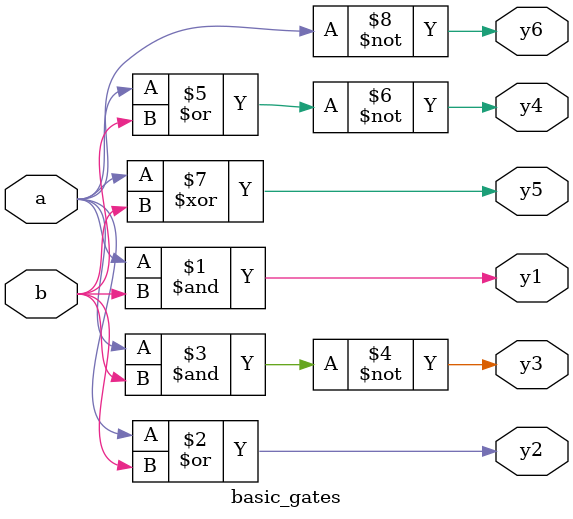
<source format=v>
module basic_gates(a,b,y1,y2,y3,y4,y5,y6);
input a,b;
output y1,y2,y3,y4,y5,y6;
and g1(y1,a,b);
or g2(y2,a,b);
nand g3(y3,a,b);
nor g4(y4,a,b);
xor g5(y5,a,b);
not g6(y6,a);
endmodule 
</source>
